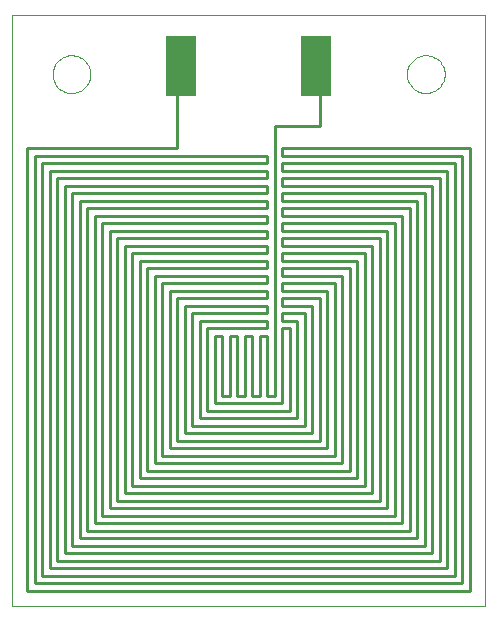
<source format=gtl>
G75*
%MOIN*%
%OFA0B0*%
%FSLAX24Y24*%
%IPPOS*%
%LPD*%
%AMOC8*
5,1,8,0,0,1.08239X$1,22.5*
%
%ADD10C,0.0039*%
%ADD11R,0.1000X0.2000*%
%ADD12C,0.0000*%
%ADD13C,0.0098*%
D10*
X001158Y000120D02*
X016906Y000120D01*
X016906Y019805D01*
X001158Y019805D01*
X001158Y000120D01*
D11*
X006783Y018120D03*
X011283Y018120D03*
D12*
X014308Y017836D02*
X014310Y017886D01*
X014316Y017936D01*
X014326Y017985D01*
X014340Y018033D01*
X014357Y018080D01*
X014378Y018125D01*
X014403Y018169D01*
X014431Y018210D01*
X014463Y018249D01*
X014497Y018286D01*
X014534Y018320D01*
X014574Y018350D01*
X014616Y018377D01*
X014660Y018401D01*
X014706Y018422D01*
X014753Y018438D01*
X014801Y018451D01*
X014851Y018460D01*
X014900Y018465D01*
X014951Y018466D01*
X015001Y018463D01*
X015050Y018456D01*
X015099Y018445D01*
X015147Y018430D01*
X015193Y018412D01*
X015238Y018390D01*
X015281Y018364D01*
X015322Y018335D01*
X015361Y018303D01*
X015397Y018268D01*
X015429Y018230D01*
X015459Y018190D01*
X015486Y018147D01*
X015509Y018103D01*
X015528Y018057D01*
X015544Y018009D01*
X015556Y017960D01*
X015564Y017911D01*
X015568Y017861D01*
X015568Y017811D01*
X015564Y017761D01*
X015556Y017712D01*
X015544Y017663D01*
X015528Y017615D01*
X015509Y017569D01*
X015486Y017525D01*
X015459Y017482D01*
X015429Y017442D01*
X015397Y017404D01*
X015361Y017369D01*
X015322Y017337D01*
X015281Y017308D01*
X015238Y017282D01*
X015193Y017260D01*
X015147Y017242D01*
X015099Y017227D01*
X015050Y017216D01*
X015001Y017209D01*
X014951Y017206D01*
X014900Y017207D01*
X014851Y017212D01*
X014801Y017221D01*
X014753Y017234D01*
X014706Y017250D01*
X014660Y017271D01*
X014616Y017295D01*
X014574Y017322D01*
X014534Y017352D01*
X014497Y017386D01*
X014463Y017423D01*
X014431Y017462D01*
X014403Y017503D01*
X014378Y017547D01*
X014357Y017592D01*
X014340Y017639D01*
X014326Y017687D01*
X014316Y017736D01*
X014310Y017786D01*
X014308Y017836D01*
X002497Y017836D02*
X002499Y017886D01*
X002505Y017936D01*
X002515Y017985D01*
X002529Y018033D01*
X002546Y018080D01*
X002567Y018125D01*
X002592Y018169D01*
X002620Y018210D01*
X002652Y018249D01*
X002686Y018286D01*
X002723Y018320D01*
X002763Y018350D01*
X002805Y018377D01*
X002849Y018401D01*
X002895Y018422D01*
X002942Y018438D01*
X002990Y018451D01*
X003040Y018460D01*
X003089Y018465D01*
X003140Y018466D01*
X003190Y018463D01*
X003239Y018456D01*
X003288Y018445D01*
X003336Y018430D01*
X003382Y018412D01*
X003427Y018390D01*
X003470Y018364D01*
X003511Y018335D01*
X003550Y018303D01*
X003586Y018268D01*
X003618Y018230D01*
X003648Y018190D01*
X003675Y018147D01*
X003698Y018103D01*
X003717Y018057D01*
X003733Y018009D01*
X003745Y017960D01*
X003753Y017911D01*
X003757Y017861D01*
X003757Y017811D01*
X003753Y017761D01*
X003745Y017712D01*
X003733Y017663D01*
X003717Y017615D01*
X003698Y017569D01*
X003675Y017525D01*
X003648Y017482D01*
X003618Y017442D01*
X003586Y017404D01*
X003550Y017369D01*
X003511Y017337D01*
X003470Y017308D01*
X003427Y017282D01*
X003382Y017260D01*
X003336Y017242D01*
X003288Y017227D01*
X003239Y017216D01*
X003190Y017209D01*
X003140Y017206D01*
X003089Y017207D01*
X003040Y017212D01*
X002990Y017221D01*
X002942Y017234D01*
X002895Y017250D01*
X002849Y017271D01*
X002805Y017295D01*
X002763Y017322D01*
X002723Y017352D01*
X002686Y017386D01*
X002652Y017423D01*
X002620Y017462D01*
X002592Y017503D01*
X002567Y017547D01*
X002546Y017592D01*
X002529Y017639D01*
X002515Y017687D01*
X002505Y017736D01*
X002499Y017786D01*
X002497Y017836D01*
D13*
X001658Y015370D02*
X001658Y000620D01*
X016408Y000620D01*
X016408Y015370D01*
X010158Y015370D01*
X010158Y015120D01*
X016158Y015120D01*
X016158Y000870D01*
X001908Y000870D01*
X001908Y015120D01*
X009658Y015120D01*
X009658Y014870D01*
X002158Y014870D01*
X002158Y001120D01*
X015908Y001120D01*
X015908Y014870D01*
X010158Y014870D01*
X010158Y014620D01*
X015658Y014620D01*
X015658Y001370D01*
X002408Y001370D01*
X002408Y014620D01*
X009658Y014620D01*
X009658Y014370D01*
X002658Y014370D01*
X002658Y001620D01*
X015408Y001620D01*
X015408Y014370D01*
X010158Y014370D01*
X010158Y014120D01*
X015158Y014120D01*
X015158Y001870D01*
X002908Y001870D01*
X002908Y014120D01*
X009658Y014120D01*
X009658Y013870D01*
X003158Y013870D01*
X003158Y002120D01*
X014908Y002120D01*
X014908Y013870D01*
X010158Y013870D01*
X010158Y013620D01*
X014658Y013620D01*
X014658Y002370D01*
X003408Y002370D01*
X003408Y013620D01*
X009658Y013620D01*
X009658Y013370D01*
X003658Y013370D01*
X003658Y002620D01*
X014408Y002620D01*
X014408Y013370D01*
X010158Y013370D01*
X010158Y013120D01*
X014158Y013120D01*
X014158Y002870D01*
X003908Y002870D01*
X003908Y013120D01*
X009658Y013120D01*
X009658Y012870D01*
X004158Y012870D01*
X004158Y003120D01*
X013908Y003120D01*
X013908Y012870D01*
X010158Y012870D01*
X010158Y012620D01*
X013658Y012620D01*
X013658Y003370D01*
X004408Y003370D01*
X004408Y012620D01*
X009658Y012620D01*
X009658Y012370D01*
X004658Y012370D01*
X004658Y003620D01*
X013408Y003620D01*
X013408Y012370D01*
X010158Y012370D01*
X010158Y012120D01*
X013158Y012120D01*
X013158Y003870D01*
X004908Y003870D01*
X004908Y012120D01*
X009658Y012120D01*
X009658Y011870D01*
X005158Y011870D01*
X005158Y004120D01*
X012908Y004120D01*
X012908Y011870D01*
X010158Y011870D01*
X010158Y011620D01*
X012658Y011620D01*
X012658Y004370D01*
X005408Y004370D01*
X005408Y011620D01*
X009658Y011620D01*
X009658Y011370D01*
X005658Y011370D01*
X005658Y004620D01*
X012408Y004620D01*
X012408Y011370D01*
X010158Y011370D01*
X010158Y011120D01*
X012158Y011120D01*
X012158Y004870D01*
X005908Y004870D01*
X005908Y011120D01*
X009658Y011120D01*
X009658Y010870D01*
X006158Y010870D01*
X006158Y005120D01*
X011908Y005120D01*
X011908Y010870D01*
X010158Y010870D01*
X010158Y010620D01*
X011658Y010620D01*
X011658Y005370D01*
X006408Y005370D01*
X006408Y010620D01*
X009658Y010620D01*
X009658Y010370D01*
X006658Y010370D01*
X006658Y005620D01*
X011408Y005620D01*
X011408Y010370D01*
X010158Y010370D01*
X010158Y010120D01*
X011158Y010120D01*
X011158Y005870D01*
X006908Y005870D01*
X006908Y010120D01*
X009658Y010120D01*
X009658Y009870D01*
X007158Y009870D01*
X007158Y006120D01*
X010908Y006120D01*
X010908Y009870D01*
X010158Y009870D01*
X010158Y009620D01*
X010658Y009620D01*
X010658Y006370D01*
X007408Y006370D01*
X007408Y009620D01*
X009658Y009620D01*
X009658Y009370D01*
X007658Y009370D01*
X007658Y006620D01*
X010408Y006620D01*
X010408Y009370D01*
X010158Y009370D01*
X010158Y006870D01*
X007908Y006870D01*
X007908Y009120D01*
X008158Y009120D01*
X008158Y007120D01*
X008408Y007120D01*
X008408Y009120D01*
X008658Y009120D01*
X008658Y007120D01*
X008908Y007120D01*
X008908Y009120D01*
X009158Y009120D01*
X009158Y007120D01*
X009408Y007120D01*
X009408Y009120D01*
X009658Y009120D01*
X009658Y007120D01*
X009908Y007120D01*
X009908Y016120D01*
X011408Y016120D01*
X011408Y017370D01*
X011283Y017370D01*
X011283Y018120D01*
X006783Y018120D02*
X006658Y018120D01*
X006658Y015370D01*
X001658Y015370D01*
M02*

</source>
